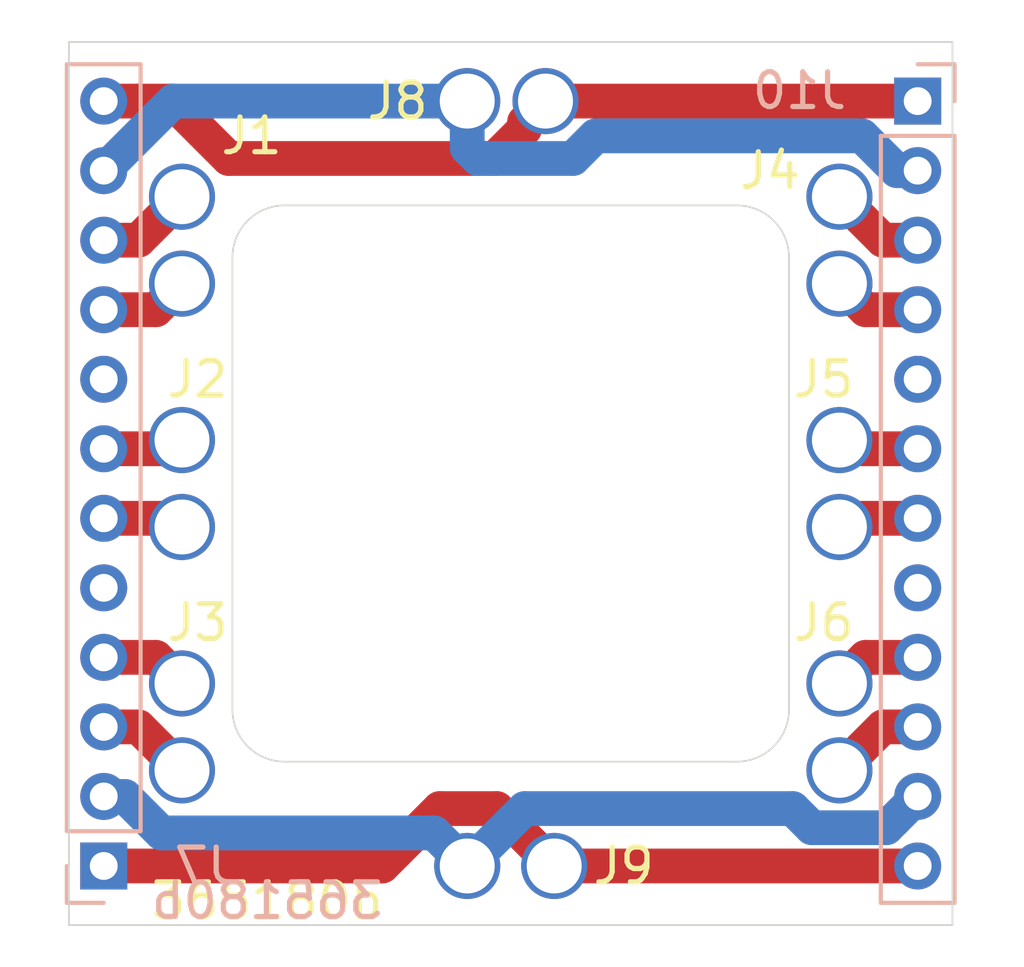
<source format=kicad_pcb>
(kicad_pcb (version 20171130) (host pcbnew 5.1.5-rc1)

  (general
    (thickness 1.6)
    (drawings 14)
    (tracks 57)
    (zones 0)
    (modules 18)
    (nets 17)
  )

  (page A4)
  (layers
    (0 F.Cu signal)
    (31 B.Cu signal)
    (32 B.Adhes user)
    (33 F.Adhes user)
    (34 B.Paste user)
    (35 F.Paste user)
    (36 B.SilkS user)
    (37 F.SilkS user)
    (38 B.Mask user)
    (39 F.Mask user)
    (40 Dwgs.User user)
    (41 Cmts.User user)
    (42 Eco1.User user)
    (43 Eco2.User user)
    (44 Edge.Cuts user)
    (45 Margin user)
    (46 B.CrtYd user)
    (47 F.CrtYd user)
    (48 B.Fab user)
    (49 F.Fab user)
  )

  (setup
    (last_trace_width 0.25)
    (user_trace_width 1)
    (trace_clearance 0.2)
    (zone_clearance 0.508)
    (zone_45_only no)
    (trace_min 0.2)
    (via_size 0.8)
    (via_drill 0.4)
    (via_min_size 0.4)
    (via_min_drill 0.3)
    (uvia_size 0.3)
    (uvia_drill 0.1)
    (uvias_allowed no)
    (uvia_min_size 0.2)
    (uvia_min_drill 0.1)
    (edge_width 0.05)
    (segment_width 0.2)
    (pcb_text_width 0.3)
    (pcb_text_size 1.5 1.5)
    (mod_edge_width 0.12)
    (mod_text_size 1 1)
    (mod_text_width 0.15)
    (pad_size 1.83 1.83)
    (pad_drill 1.63)
    (pad_to_mask_clearance 0.051)
    (solder_mask_min_width 0.25)
    (aux_axis_origin 0 0)
    (visible_elements FFFFFF7F)
    (pcbplotparams
      (layerselection 0x010fc_ffffffff)
      (usegerberextensions false)
      (usegerberattributes false)
      (usegerberadvancedattributes false)
      (creategerberjobfile false)
      (excludeedgelayer true)
      (linewidth 0.100000)
      (plotframeref false)
      (viasonmask false)
      (mode 1)
      (useauxorigin false)
      (hpglpennumber 1)
      (hpglpenspeed 20)
      (hpglpendiameter 15.000000)
      (psnegative false)
      (psa4output false)
      (plotreference true)
      (plotvalue true)
      (plotinvisibletext false)
      (padsonsilk false)
      (subtractmaskfromsilk false)
      (outputformat 1)
      (mirror false)
      (drillshape 0)
      (scaleselection 1)
      (outputdirectory "output"))
  )

  (net 0 "")
  (net 1 "Net-(J1-Pad1)")
  (net 2 "Net-(J2-Pad1)")
  (net 3 "Net-(J3-Pad1)")
  (net 4 "Net-(J10-Pad3)")
  (net 5 "Net-(J10-Pad6)")
  (net 6 "Net-(J10-Pad9)")
  (net 7 "Net-(J10-Pad12)")
  (net 8 "Net-(J10-Pad11)")
  (net 9 "Net-(J13-Pad1)")
  (net 10 "Net-(J12-Pad1)")
  (net 11 "Net-(J11-Pad1)")
  (net 12 "Net-(J10-Pad2)")
  (net 13 "Net-(J10-Pad1)")
  (net 14 "Net-(J10-Pad10)")
  (net 15 "Net-(J10-Pad7)")
  (net 16 "Net-(J10-Pad4)")

  (net_class Default "This is the default net class."
    (clearance 0.2)
    (trace_width 0.25)
    (via_dia 0.8)
    (via_drill 0.4)
    (uvia_dia 0.3)
    (uvia_drill 0.1)
    (add_net "Net-(J1-Pad1)")
    (add_net "Net-(J10-Pad1)")
    (add_net "Net-(J10-Pad10)")
    (add_net "Net-(J10-Pad11)")
    (add_net "Net-(J10-Pad12)")
    (add_net "Net-(J10-Pad2)")
    (add_net "Net-(J10-Pad3)")
    (add_net "Net-(J10-Pad4)")
    (add_net "Net-(J10-Pad6)")
    (add_net "Net-(J10-Pad7)")
    (add_net "Net-(J10-Pad9)")
    (add_net "Net-(J11-Pad1)")
    (add_net "Net-(J12-Pad1)")
    (add_net "Net-(J13-Pad1)")
    (add_net "Net-(J2-Pad1)")
    (add_net "Net-(J3-Pad1)")
  )

  (module custom:spring_pin (layer F.Cu) (tedit 5DDBB0FA) (tstamp 5DC3D298)
    (at -9.45 -8.25 90)
    (path /5DC96554)
    (fp_text reference J1 (at 1.75 2 180) (layer F.SilkS)
      (effects (font (size 1 1) (thickness 0.15)))
    )
    (fp_text value PIX1 (at 0 -2.4 90) (layer F.Fab) hide
      (effects (font (size 1 1) (thickness 0.15)))
    )
    (pad 1 thru_hole circle (at 0 0 90) (size 1.9 1.9) (drill 1.58) (layers *.Cu *.Mask)
      (net 1 "Net-(J1-Pad1)"))
    (model ${KIPRJMOD}/../3d/mill-max-0964-0-15-20-85-14-11-0.step
      (offset (xyz 0 0 -2.1))
      (scale (xyz 1 1 1))
      (rotate (xyz 0 90 0))
    )
    (model ${KIPRJMOD}/../3d/mill-max-0964-0-15-20-85-14-11-0.wrl
      (at (xyz 0 0 0))
      (scale (xyz 1 1 1))
      (rotate (xyz 0 0 0))
    )
  )

  (module custom:spring_pin (layer F.Cu) (tedit 5DDBB0FA) (tstamp 5DC3D187)
    (at -9.45 -1.25 90)
    (path /5DC96210)
    (fp_text reference J2 (at 1.75 0.45 180) (layer F.SilkS)
      (effects (font (size 1 1) (thickness 0.15)))
    )
    (fp_text value PIX2 (at 0 -2.4 90) (layer F.Fab) hide
      (effects (font (size 1 1) (thickness 0.15)))
    )
    (pad 1 thru_hole circle (at 0 0 90) (size 1.9 1.9) (drill 1.58) (layers *.Cu *.Mask)
      (net 2 "Net-(J2-Pad1)"))
    (model ${KIPRJMOD}/../3d/mill-max-0964-0-15-20-85-14-11-0.step
      (offset (xyz 0 0 -2.1))
      (scale (xyz 1 1 1))
      (rotate (xyz 0 90 0))
    )
    (model ${KIPRJMOD}/../3d/mill-max-0964-0-15-20-85-14-11-0.wrl
      (at (xyz 0 0 0))
      (scale (xyz 1 1 1))
      (rotate (xyz 0 0 0))
    )
  )

  (module custom:spring_pin (layer F.Cu) (tedit 5DDBB0FA) (tstamp 5DC3D17B)
    (at -9.45 5.75 90)
    (path /5DC959BD)
    (fp_text reference J3 (at 1.75 0.45 180) (layer F.SilkS)
      (effects (font (size 1 1) (thickness 0.15)))
    )
    (fp_text value PIX3 (at 0 -2.4 90) (layer F.Fab) hide
      (effects (font (size 1 1) (thickness 0.15)))
    )
    (pad 1 thru_hole circle (at 0 0 90) (size 1.9 1.9) (drill 1.58) (layers *.Cu *.Mask)
      (net 3 "Net-(J3-Pad1)"))
    (model ${KIPRJMOD}/../3d/mill-max-0964-0-15-20-85-14-11-0.step
      (offset (xyz 0 0 -2.1))
      (scale (xyz 1 1 1))
      (rotate (xyz 0 90 0))
    )
    (model ${KIPRJMOD}/../3d/mill-max-0964-0-15-20-85-14-11-0.wrl
      (at (xyz 0 0 0))
      (scale (xyz 1 1 1))
      (rotate (xyz 0 0 0))
    )
  )

  (module custom:spring_pin (layer F.Cu) (tedit 5DDBB0FA) (tstamp 5DC3D27A)
    (at 9.45 -8.25 90)
    (path /5DC98D77)
    (fp_text reference J4 (at 0.75 -2 180) (layer F.SilkS)
      (effects (font (size 1 1) (thickness 0.15)))
    )
    (fp_text value PIX4 (at 0 -2.4 90) (layer F.Fab) hide
      (effects (font (size 1 1) (thickness 0.15)))
    )
    (pad 1 thru_hole circle (at 0 0 90) (size 1.9 1.9) (drill 1.58) (layers *.Cu *.Mask)
      (net 4 "Net-(J10-Pad3)"))
    (model ${KIPRJMOD}/../3d/mill-max-0964-0-15-20-85-14-11-0.step
      (offset (xyz 0 0 -2.1))
      (scale (xyz 1 1 1))
      (rotate (xyz 0 90 0))
    )
    (model ${KIPRJMOD}/../3d/mill-max-0964-0-15-20-85-14-11-0.wrl
      (at (xyz 0 0 0))
      (scale (xyz 1 1 1))
      (rotate (xyz 0 0 0))
    )
  )

  (module custom:spring_pin (layer F.Cu) (tedit 5DDBB0FA) (tstamp 5DC3D289)
    (at 9.45 -1.25 90)
    (path /5DC98D71)
    (fp_text reference J5 (at 1.75 -0.45 180) (layer F.SilkS)
      (effects (font (size 1 1) (thickness 0.15)))
    )
    (fp_text value PIX5 (at 0 -2.4 90) (layer F.Fab) hide
      (effects (font (size 1 1) (thickness 0.15)))
    )
    (pad 1 thru_hole circle (at 0 0 90) (size 1.9 1.9) (drill 1.58) (layers *.Cu *.Mask)
      (net 5 "Net-(J10-Pad6)"))
    (model ${KIPRJMOD}/../3d/mill-max-0964-0-15-20-85-14-11-0.step
      (offset (xyz 0 0 -2.1))
      (scale (xyz 1 1 1))
      (rotate (xyz 0 90 0))
    )
    (model ${KIPRJMOD}/../3d/mill-max-0964-0-15-20-85-14-11-0.wrl
      (at (xyz 0 0 0))
      (scale (xyz 1 1 1))
      (rotate (xyz 0 0 0))
    )
  )

  (module custom:spring_pin (layer F.Cu) (tedit 5DDBB0FA) (tstamp 5DC3D2D4)
    (at 9.45 5.75 90)
    (path /5DC98D6B)
    (fp_text reference J6 (at 1.75 -0.45) (layer F.SilkS)
      (effects (font (size 1 1) (thickness 0.15)))
    )
    (fp_text value PIX6 (at 0 -2.4 90) (layer F.Fab) hide
      (effects (font (size 1 1) (thickness 0.15)))
    )
    (pad 1 thru_hole circle (at 0 0 90) (size 1.9 1.9) (drill 1.58) (layers *.Cu *.Mask)
      (net 6 "Net-(J10-Pad9)"))
    (model ${KIPRJMOD}/../3d/mill-max-0964-0-15-20-85-14-11-0.step
      (offset (xyz 0 0 -2.1))
      (scale (xyz 1 1 1))
      (rotate (xyz 0 90 0))
    )
    (model ${KIPRJMOD}/../3d/mill-max-0964-0-15-20-85-14-11-0.wrl
      (at (xyz 0 0 0))
      (scale (xyz 1 1 1))
      (rotate (xyz 0 0 0))
    )
  )

  (module custom:spring_pin (layer F.Cu) (tedit 5DDBB0FA) (tstamp 5DC3D2A4)
    (at -1.25 -11 90)
    (path /5DCA1A30)
    (fp_text reference J8 (at 0 -2) (layer F.SilkS)
      (effects (font (size 1 1) (thickness 0.15)))
    )
    (fp_text value TOP_TCE (at 0 -2.4 90) (layer F.Fab) hide
      (effects (font (size 1 1) (thickness 0.15)))
    )
    (pad 1 thru_hole circle (at 0 0 90) (size 1.9 1.9) (drill 1.58) (layers *.Cu *.Mask)
      (net 12 "Net-(J10-Pad2)"))
    (model ${KIPRJMOD}/../3d/mill-max-0964-0-15-20-85-14-11-0.step
      (offset (xyz 0 0 -2.1))
      (scale (xyz 1 1 1))
      (rotate (xyz 0 90 0))
    )
    (model ${KIPRJMOD}/../3d/mill-max-0964-0-15-20-85-14-11-0.wrl
      (at (xyz 0 0 0))
      (scale (xyz 1 1 1))
      (rotate (xyz 0 0 0))
    )
  )

  (module custom:spring_pin (layer F.Cu) (tedit 5DDBB0FA) (tstamp 5DC3D2B3)
    (at 1.25 11 90)
    (path /5DCA2000)
    (fp_text reference J9 (at 0 2 180) (layer F.SilkS)
      (effects (font (size 1 1) (thickness 0.15)))
    )
    (fp_text value BOT_TCE (at 0 -2.4 90) (layer F.Fab) hide
      (effects (font (size 1 1) (thickness 0.15)))
    )
    (pad 1 thru_hole circle (at 0 0 90) (size 1.9 1.9) (drill 1.58) (layers *.Cu *.Mask)
      (net 7 "Net-(J10-Pad12)"))
    (model ${KIPRJMOD}/../3d/mill-max-0964-0-15-20-85-14-11-0.step
      (offset (xyz 0 0 -2.1))
      (scale (xyz 1 1 1))
      (rotate (xyz 0 90 0))
    )
    (model ${KIPRJMOD}/../3d/mill-max-0964-0-15-20-85-14-11-0.wrl
      (at (xyz 0 0 0))
      (scale (xyz 1 1 1))
      (rotate (xyz 0 0 0))
    )
  )

  (module custom:spring_pin (layer F.Cu) (tedit 5DDBB0FA) (tstamp 5DC3D26E)
    (at -9.45 -5.75 90)
    (path /5DCA753D)
    (fp_text reference J11 (at 0 2 90) (layer F.SilkS) hide
      (effects (font (size 1 1) (thickness 0.15)))
    )
    (fp_text value PIX1 (at 0 -2.4 90) (layer F.Fab) hide
      (effects (font (size 1 1) (thickness 0.15)))
    )
    (pad 1 thru_hole circle (at 0 0 90) (size 1.9 1.9) (drill 1.58) (layers *.Cu *.Mask)
      (net 11 "Net-(J11-Pad1)"))
    (model ${KIPRJMOD}/../3d/mill-max-0964-0-15-20-85-14-11-0.step
      (offset (xyz 0 0 -2.1))
      (scale (xyz 1 1 1))
      (rotate (xyz 0 90 0))
    )
    (model ${KIPRJMOD}/../3d/mill-max-0964-0-15-20-85-14-11-0.wrl
      (at (xyz 0 0 0))
      (scale (xyz 1 1 1))
      (rotate (xyz 0 0 0))
    )
  )

  (module custom:spring_pin (layer F.Cu) (tedit 5DDBB0FA) (tstamp 5DC3D2F5)
    (at -9.45 1.25 90)
    (path /5DCA7448)
    (fp_text reference J12 (at 0 2 90) (layer F.SilkS) hide
      (effects (font (size 1 1) (thickness 0.15)))
    )
    (fp_text value PIX2 (at 0 -2.4 90) (layer F.Fab) hide
      (effects (font (size 1 1) (thickness 0.15)))
    )
    (pad 1 thru_hole circle (at 0 0 90) (size 1.9 1.9) (drill 1.58) (layers *.Cu *.Mask)
      (net 10 "Net-(J12-Pad1)"))
    (model ${KIPRJMOD}/../3d/mill-max-0964-0-15-20-85-14-11-0.step
      (offset (xyz 0 0 -2.1))
      (scale (xyz 1 1 1))
      (rotate (xyz 0 90 0))
    )
    (model ${KIPRJMOD}/../3d/mill-max-0964-0-15-20-85-14-11-0.wrl
      (at (xyz 0 0 0))
      (scale (xyz 1 1 1))
      (rotate (xyz 0 0 0))
    )
  )

  (module custom:spring_pin (layer F.Cu) (tedit 5DDBB0FA) (tstamp 5DC3D133)
    (at -9.45 8.25 90)
    (path /5DCA736A)
    (fp_text reference J13 (at 0 2 90) (layer F.SilkS) hide
      (effects (font (size 1 1) (thickness 0.15)))
    )
    (fp_text value PIX3 (at 0 -2.4 90) (layer F.Fab) hide
      (effects (font (size 1 1) (thickness 0.15)))
    )
    (pad 1 thru_hole circle (at 0 0 90) (size 1.9 1.9) (drill 1.58) (layers *.Cu *.Mask)
      (net 9 "Net-(J13-Pad1)"))
    (model ${KIPRJMOD}/../3d/mill-max-0964-0-15-20-85-14-11-0.step
      (offset (xyz 0 0 -2.1))
      (scale (xyz 1 1 1))
      (rotate (xyz 0 90 0))
    )
    (model ${KIPRJMOD}/../3d/mill-max-0964-0-15-20-85-14-11-0.wrl
      (at (xyz 0 0 0))
      (scale (xyz 1 1 1))
      (rotate (xyz 0 0 0))
    )
  )

  (module custom:spring_pin (layer F.Cu) (tedit 5DDBB0FA) (tstamp 5DC3D13F)
    (at -1.25 11 90)
    (path /5DCA714A)
    (fp_text reference J14 (at 0 2 90) (layer F.SilkS) hide
      (effects (font (size 1 1) (thickness 0.15)))
    )
    (fp_text value BOT_TCE (at 0 -2.4 90) (layer F.Fab) hide
      (effects (font (size 1 1) (thickness 0.15)))
    )
    (pad 1 thru_hole circle (at 0 0 90) (size 1.9 1.9) (drill 1.58) (layers *.Cu *.Mask)
      (net 8 "Net-(J10-Pad11)"))
    (model ${KIPRJMOD}/../3d/mill-max-0964-0-15-20-85-14-11-0.step
      (offset (xyz 0 0 -2.1))
      (scale (xyz 1 1 1))
      (rotate (xyz 0 90 0))
    )
    (model ${KIPRJMOD}/../3d/mill-max-0964-0-15-20-85-14-11-0.wrl
      (at (xyz 0 0 0))
      (scale (xyz 1 1 1))
      (rotate (xyz 0 0 0))
    )
  )

  (module custom:spring_pin (layer F.Cu) (tedit 5DDBB0FA) (tstamp 5DC3D14B)
    (at 1 -11 90)
    (path /5DCA7045)
    (fp_text reference J15 (at 0 2 90) (layer F.SilkS) hide
      (effects (font (size 1 1) (thickness 0.15)))
    )
    (fp_text value TOP_TCE (at 0 -2.4 90) (layer F.Fab) hide
      (effects (font (size 1 1) (thickness 0.15)))
    )
    (pad 1 thru_hole circle (at 0 0 90) (size 1.9 1.9) (drill 1.58) (layers *.Cu *.Mask)
      (net 13 "Net-(J10-Pad1)"))
    (model ${KIPRJMOD}/../3d/mill-max-0964-0-15-20-85-14-11-0.step
      (offset (xyz 0 0 -2.1))
      (scale (xyz 1 1 1))
      (rotate (xyz 0 90 0))
    )
    (model ${KIPRJMOD}/../3d/mill-max-0964-0-15-20-85-14-11-0.wrl
      (at (xyz 0 0 0))
      (scale (xyz 1 1 1))
      (rotate (xyz 0 0 0))
    )
  )

  (module custom:spring_pin (layer F.Cu) (tedit 5DDBB0FA) (tstamp 5DC3D157)
    (at 9.45 -5.75 90)
    (path /5DCA7B46)
    (fp_text reference J16 (at 0 -2 90) (layer F.SilkS) hide
      (effects (font (size 1 1) (thickness 0.15)))
    )
    (fp_text value PIX4 (at 0 -2.4 90) (layer F.Fab) hide
      (effects (font (size 1 1) (thickness 0.15)))
    )
    (pad 1 thru_hole circle (at 0 0 90) (size 1.9 1.9) (drill 1.58) (layers *.Cu *.Mask)
      (net 16 "Net-(J10-Pad4)"))
    (model ${KIPRJMOD}/../3d/mill-max-0964-0-15-20-85-14-11-0.step
      (offset (xyz 0 0 -2.1))
      (scale (xyz 1 1 1))
      (rotate (xyz 0 90 0))
    )
    (model ${KIPRJMOD}/../3d/mill-max-0964-0-15-20-85-14-11-0.wrl
      (at (xyz 0 0 0))
      (scale (xyz 1 1 1))
      (rotate (xyz 0 0 0))
    )
  )

  (module custom:spring_pin (layer F.Cu) (tedit 5DDBB0FA) (tstamp 5DC3D163)
    (at 9.45 1.25 90)
    (path /5DCA8034)
    (fp_text reference J17 (at 0 2 90) (layer F.SilkS) hide
      (effects (font (size 1 1) (thickness 0.15)))
    )
    (fp_text value PIX5 (at 0 -2.4 90) (layer F.Fab) hide
      (effects (font (size 1 1) (thickness 0.15)))
    )
    (pad 1 thru_hole circle (at 0 0 90) (size 1.9 1.9) (drill 1.58) (layers *.Cu *.Mask)
      (net 15 "Net-(J10-Pad7)"))
    (model ${KIPRJMOD}/../3d/mill-max-0964-0-15-20-85-14-11-0.step
      (offset (xyz 0 0 -2.1))
      (scale (xyz 1 1 1))
      (rotate (xyz 0 90 0))
    )
    (model ${KIPRJMOD}/../3d/mill-max-0964-0-15-20-85-14-11-0.wrl
      (at (xyz 0 0 0))
      (scale (xyz 1 1 1))
      (rotate (xyz 0 0 0))
    )
  )

  (module custom:spring_pin (layer F.Cu) (tedit 5DDBB0FA) (tstamp 5DC3D16F)
    (at 9.45 8.25 90)
    (path /5DCA815E)
    (fp_text reference J18 (at 0 -2 90) (layer F.SilkS) hide
      (effects (font (size 1 1) (thickness 0.15)))
    )
    (fp_text value PIX6 (at 0 -2.4 90) (layer F.Fab) hide
      (effects (font (size 1 1) (thickness 0.15)))
    )
    (pad 1 thru_hole circle (at 0 0 90) (size 1.9 1.9) (drill 1.58) (layers *.Cu *.Mask)
      (net 14 "Net-(J10-Pad10)"))
    (model ${KIPRJMOD}/../3d/mill-max-0964-0-15-20-85-14-11-0.step
      (offset (xyz 0 0 -2.1))
      (scale (xyz 1 1 1))
      (rotate (xyz 0 90 0))
    )
    (model ${KIPRJMOD}/../3d/mill-max-0964-0-15-20-85-14-11-0.wrl
      (at (xyz 0 0 0))
      (scale (xyz 1 1 1))
      (rotate (xyz 0 0 0))
    )
  )

  (module Connector_PinHeader_2.00mm:PinHeader_1x12_P2.00mm_Vertical (layer B.Cu) (tedit 59FED667) (tstamp 5DC3D1CF)
    (at -11.7 11)
    (descr "Through hole straight pin header, 1x12, 2.00mm pitch, single row")
    (tags "Through hole pin header THT 1x12 2.00mm single row")
    (path /5DCA35B0)
    (fp_text reference J7 (at 2.9 0) (layer B.SilkS)
      (effects (font (size 1 1) (thickness 0.15)) (justify mirror))
    )
    (fp_text value L_CONN (at 0 -24.06) (layer B.Fab)
      (effects (font (size 1 1) (thickness 0.15)) (justify mirror))
    )
    (fp_text user %R (at 0 -11 -90) (layer B.Fab)
      (effects (font (size 1 1) (thickness 0.15)) (justify mirror))
    )
    (fp_line (start 1.5 1.5) (end -1.5 1.5) (layer B.CrtYd) (width 0.05))
    (fp_line (start 1.5 -23.5) (end 1.5 1.5) (layer B.CrtYd) (width 0.05))
    (fp_line (start -1.5 -23.5) (end 1.5 -23.5) (layer B.CrtYd) (width 0.05))
    (fp_line (start -1.5 1.5) (end -1.5 -23.5) (layer B.CrtYd) (width 0.05))
    (fp_line (start -1.06 1.06) (end 0 1.06) (layer B.SilkS) (width 0.12))
    (fp_line (start -1.06 0) (end -1.06 1.06) (layer B.SilkS) (width 0.12))
    (fp_line (start -1.06 -1) (end 1.06 -1) (layer B.SilkS) (width 0.12))
    (fp_line (start 1.06 -1) (end 1.06 -23.06) (layer B.SilkS) (width 0.12))
    (fp_line (start -1.06 -1) (end -1.06 -23.06) (layer B.SilkS) (width 0.12))
    (fp_line (start -1.06 -23.06) (end 1.06 -23.06) (layer B.SilkS) (width 0.12))
    (fp_line (start -1 0.5) (end -0.5 1) (layer B.Fab) (width 0.1))
    (fp_line (start -1 -23) (end -1 0.5) (layer B.Fab) (width 0.1))
    (fp_line (start 1 -23) (end -1 -23) (layer B.Fab) (width 0.1))
    (fp_line (start 1 1) (end 1 -23) (layer B.Fab) (width 0.1))
    (fp_line (start -0.5 1) (end 1 1) (layer B.Fab) (width 0.1))
    (pad 12 thru_hole oval (at 0 -22) (size 1.35 1.35) (drill 0.8) (layers *.Cu *.Mask)
      (net 13 "Net-(J10-Pad1)"))
    (pad 11 thru_hole oval (at 0 -20) (size 1.35 1.35) (drill 0.8) (layers *.Cu *.Mask)
      (net 12 "Net-(J10-Pad2)"))
    (pad 10 thru_hole oval (at 0 -18) (size 1.35 1.35) (drill 0.8) (layers *.Cu *.Mask)
      (net 1 "Net-(J1-Pad1)"))
    (pad 9 thru_hole oval (at 0 -16) (size 1.35 1.35) (drill 0.8) (layers *.Cu *.Mask)
      (net 11 "Net-(J11-Pad1)"))
    (pad 8 thru_hole oval (at 0 -14) (size 1.35 1.35) (drill 0.8) (layers *.Cu *.Mask))
    (pad 7 thru_hole oval (at 0 -12) (size 1.35 1.35) (drill 0.8) (layers *.Cu *.Mask)
      (net 2 "Net-(J2-Pad1)"))
    (pad 6 thru_hole oval (at 0 -10) (size 1.35 1.35) (drill 0.8) (layers *.Cu *.Mask)
      (net 10 "Net-(J12-Pad1)"))
    (pad 5 thru_hole oval (at 0 -8) (size 1.35 1.35) (drill 0.8) (layers *.Cu *.Mask))
    (pad 4 thru_hole oval (at 0 -6) (size 1.35 1.35) (drill 0.8) (layers *.Cu *.Mask)
      (net 3 "Net-(J3-Pad1)"))
    (pad 3 thru_hole oval (at 0 -4) (size 1.35 1.35) (drill 0.8) (layers *.Cu *.Mask)
      (net 9 "Net-(J13-Pad1)"))
    (pad 2 thru_hole oval (at 0 -2) (size 1.35 1.35) (drill 0.8) (layers *.Cu *.Mask)
      (net 8 "Net-(J10-Pad11)"))
    (pad 1 thru_hole rect (at 0 0) (size 1.35 1.35) (drill 0.8) (layers *.Cu *.Mask)
      (net 7 "Net-(J10-Pad12)"))
    (model ${KISYS3DMOD}/Connector_PinHeader_2.00mm.3dshapes/PinHeader_1x12_P2.00mm_Vertical.wrl
      (at (xyz 0 0 0))
      (scale (xyz 1 1 1))
      (rotate (xyz 0 0 0))
    )
  )

  (module Connector_PinHeader_2.00mm:PinHeader_1x12_P2.00mm_Vertical (layer B.Cu) (tedit 59FED667) (tstamp 5DC3D22C)
    (at 11.7 -11 180)
    (descr "Through hole straight pin header, 1x12, 2.00mm pitch, single row")
    (tags "Through hole pin header THT 1x12 2.00mm single row")
    (path /5DCA2856)
    (fp_text reference J10 (at 3.4 0.3) (layer B.SilkS)
      (effects (font (size 1 1) (thickness 0.15)) (justify mirror))
    )
    (fp_text value R_CONN (at 0 -24.06) (layer B.Fab)
      (effects (font (size 1 1) (thickness 0.15)) (justify mirror))
    )
    (fp_text user %R (at 0 -11 270) (layer B.Fab)
      (effects (font (size 1 1) (thickness 0.15)) (justify mirror))
    )
    (fp_line (start 1.5 1.5) (end -1.5 1.5) (layer B.CrtYd) (width 0.05))
    (fp_line (start 1.5 -23.5) (end 1.5 1.5) (layer B.CrtYd) (width 0.05))
    (fp_line (start -1.5 -23.5) (end 1.5 -23.5) (layer B.CrtYd) (width 0.05))
    (fp_line (start -1.5 1.5) (end -1.5 -23.5) (layer B.CrtYd) (width 0.05))
    (fp_line (start -1.06 1.06) (end 0 1.06) (layer B.SilkS) (width 0.12))
    (fp_line (start -1.06 0) (end -1.06 1.06) (layer B.SilkS) (width 0.12))
    (fp_line (start -1.06 -1) (end 1.06 -1) (layer B.SilkS) (width 0.12))
    (fp_line (start 1.06 -1) (end 1.06 -23.06) (layer B.SilkS) (width 0.12))
    (fp_line (start -1.06 -1) (end -1.06 -23.06) (layer B.SilkS) (width 0.12))
    (fp_line (start -1.06 -23.06) (end 1.06 -23.06) (layer B.SilkS) (width 0.12))
    (fp_line (start -1 0.5) (end -0.5 1) (layer B.Fab) (width 0.1))
    (fp_line (start -1 -23) (end -1 0.5) (layer B.Fab) (width 0.1))
    (fp_line (start 1 -23) (end -1 -23) (layer B.Fab) (width 0.1))
    (fp_line (start 1 1) (end 1 -23) (layer B.Fab) (width 0.1))
    (fp_line (start -0.5 1) (end 1 1) (layer B.Fab) (width 0.1))
    (pad 12 thru_hole oval (at 0 -22 180) (size 1.35 1.35) (drill 0.8) (layers *.Cu *.Mask)
      (net 7 "Net-(J10-Pad12)"))
    (pad 11 thru_hole oval (at 0 -20 180) (size 1.35 1.35) (drill 0.8) (layers *.Cu *.Mask)
      (net 8 "Net-(J10-Pad11)"))
    (pad 10 thru_hole oval (at 0 -18 180) (size 1.35 1.35) (drill 0.8) (layers *.Cu *.Mask)
      (net 14 "Net-(J10-Pad10)"))
    (pad 9 thru_hole oval (at 0 -16 180) (size 1.35 1.35) (drill 0.8) (layers *.Cu *.Mask)
      (net 6 "Net-(J10-Pad9)"))
    (pad 8 thru_hole oval (at 0 -14 180) (size 1.35 1.35) (drill 0.8) (layers *.Cu *.Mask))
    (pad 7 thru_hole oval (at 0 -12 180) (size 1.35 1.35) (drill 0.8) (layers *.Cu *.Mask)
      (net 15 "Net-(J10-Pad7)"))
    (pad 6 thru_hole oval (at 0 -10 180) (size 1.35 1.35) (drill 0.8) (layers *.Cu *.Mask)
      (net 5 "Net-(J10-Pad6)"))
    (pad 5 thru_hole oval (at 0 -8 180) (size 1.35 1.35) (drill 0.8) (layers *.Cu *.Mask))
    (pad 4 thru_hole oval (at 0 -6 180) (size 1.35 1.35) (drill 0.8) (layers *.Cu *.Mask)
      (net 16 "Net-(J10-Pad4)"))
    (pad 3 thru_hole oval (at 0 -4 180) (size 1.35 1.35) (drill 0.8) (layers *.Cu *.Mask)
      (net 4 "Net-(J10-Pad3)"))
    (pad 2 thru_hole oval (at 0 -2 180) (size 1.35 1.35) (drill 0.8) (layers *.Cu *.Mask)
      (net 12 "Net-(J10-Pad2)"))
    (pad 1 thru_hole rect (at 0 0 180) (size 1.35 1.35) (drill 0.8) (layers *.Cu *.Mask)
      (net 13 "Net-(J10-Pad1)"))
    (model ${KISYS3DMOD}/Connector_PinHeader_2.00mm.3dshapes/PinHeader_1x12_P2.00mm_Vertical.wrl
      (at (xyz 0 0 0))
      (scale (xyz 1 1 1))
      (rotate (xyz 0 0 0))
    )
  )

  (gr_arc (start 6.5 -6.5) (end 8 -6.5) (angle -90) (layer Edge.Cuts) (width 0.05) (tstamp 5DDC0750))
  (gr_arc (start -6.5 -6.5) (end -6.5 -8) (angle -90) (layer Edge.Cuts) (width 0.05) (tstamp 5DDC0750))
  (gr_arc (start -6.5 6.5) (end -8 6.5) (angle -90) (layer Edge.Cuts) (width 0.05) (tstamp 5DDC0750))
  (gr_arc (start 6.5 6.5) (end 6.5 8) (angle -90) (layer Edge.Cuts) (width 0.05))
  (gr_text 365180b (at -7 12) (layer B.SilkS) (tstamp 5DC47E7F)
    (effects (font (size 1 1) (thickness 0.15)) (justify mirror))
  )
  (gr_text 365180b (at -7 12) (layer F.SilkS)
    (effects (font (size 1 1) (thickness 0.15)))
  )
  (gr_line (start 6.5 8) (end -6.5 8) (layer Edge.Cuts) (width 0.05) (tstamp 5DC3D41D))
  (gr_line (start 8 -6.5) (end 8 6.5) (layer Edge.Cuts) (width 0.05))
  (gr_line (start -6.5 -8) (end 6.5 -8) (layer Edge.Cuts) (width 0.05))
  (gr_line (start -8 6.5) (end -8 -6.5) (layer Edge.Cuts) (width 0.05))
  (gr_line (start -12.7 -12.7) (end -12.7 12.7) (layer Edge.Cuts) (width 0.05) (tstamp 5DC3D34C))
  (gr_line (start 12.7 -12.7) (end -12.7 -12.7) (layer Edge.Cuts) (width 0.05) (tstamp 5DC3D2E0))
  (gr_line (start 12.7 12.7) (end 12.7 -12.7) (layer Edge.Cuts) (width 0.05) (tstamp 5DC3D343))
  (gr_line (start -12.7 12.7) (end 12.7 12.7) (layer Edge.Cuts) (width 0.05) (tstamp 5DC3D334))

  (segment (start -10.7 -7) (end -9.45 -8.25) (width 1) (layer F.Cu) (net 1) (tstamp 5DC3D325))
  (segment (start -11.7 -7) (end -10.7 -7) (width 1) (layer F.Cu) (net 1) (tstamp 5DC3D355))
  (segment (start -9.7 -1) (end -9.45 -1.25) (width 1) (layer F.Cu) (net 2) (tstamp 5DC3D19C))
  (segment (start -11.7 -1) (end -9.7 -1) (width 1) (layer F.Cu) (net 2) (tstamp 5DC3D199))
  (segment (start -10.2 5) (end -9.45 5.75) (width 1) (layer F.Cu) (net 3) (tstamp 5DC3D33D))
  (segment (start -11.7 5) (end -10.2 5) (width 1) (layer F.Cu) (net 3) (tstamp 5DC3D337))
  (segment (start 10.7 -7) (end 9.45 -8.25) (width 1) (layer F.Cu) (net 4) (tstamp 5DC3D328))
  (segment (start 11.7 -7) (end 10.7 -7) (width 1) (layer F.Cu) (net 4) (tstamp 5DC3D358))
  (segment (start 9.7 -1) (end 9.45 -1.25) (width 1) (layer F.Cu) (net 5) (tstamp 5DC3D340))
  (segment (start 11.7 -1) (end 9.7 -1) (width 1) (layer F.Cu) (net 5) (tstamp 5DC3D33A))
  (segment (start 10.2 5) (end 9.45 5.75) (width 1) (layer F.Cu) (net 6) (tstamp 5DC3D2FE))
  (segment (start 11.7 5) (end 10.2 5) (width 1) (layer F.Cu) (net 6) (tstamp 5DC3D35E))
  (segment (start 11.7 11) (end 1.25 11) (width 1) (layer F.Cu) (net 7))
  (segment (start -0.400001 9.349999) (end 0.300001 10.050001) (width 1) (layer F.Cu) (net 7))
  (segment (start -3.692002 11) (end -2.042001 9.349999) (width 1) (layer F.Cu) (net 7))
  (segment (start 0.300001 10.050001) (end 1.25 11) (width 1) (layer F.Cu) (net 7))
  (segment (start -2.042001 9.349999) (end -0.400001 9.349999) (width 1) (layer F.Cu) (net 7))
  (segment (start -11.7 11) (end -3.692002 11) (width 1) (layer F.Cu) (net 7))
  (segment (start 11.025001 9.674999) (end 11.7 9) (width 1) (layer B.Cu) (net 8))
  (segment (start 10.799999 9.900001) (end 11.025001 9.674999) (width 1) (layer B.Cu) (net 8))
  (segment (start 8.657999 9.900001) (end 10.799999 9.900001) (width 1) (layer B.Cu) (net 8))
  (segment (start 8.107997 9.349999) (end 8.657999 9.900001) (width 1) (layer B.Cu) (net 8))
  (segment (start 0.400001 9.349999) (end 8.107997 9.349999) (width 1) (layer B.Cu) (net 8))
  (segment (start -1.25 11) (end 0.400001 9.349999) (width 1) (layer B.Cu) (net 8))
  (segment (start -11.089998 9) (end -11.7 9) (width 1) (layer B.Cu) (net 8))
  (segment (start -10.039997 10.050001) (end -11.089998 9) (width 1) (layer B.Cu) (net 8))
  (segment (start -2.199999 10.050001) (end -10.039997 10.050001) (width 1) (layer B.Cu) (net 8))
  (segment (start -1.25 11) (end -2.199999 10.050001) (width 1) (layer B.Cu) (net 8))
  (segment (start -10.7 7) (end -9.45 8.25) (width 1) (layer F.Cu) (net 9) (tstamp 5DC3D19F))
  (segment (start -11.7 7) (end -10.7 7) (width 1) (layer F.Cu) (net 9) (tstamp 5DC3D2C5))
  (segment (start -9.7 1) (end -9.45 1.25) (width 1) (layer F.Cu) (net 10) (tstamp 5DC3D1A8))
  (segment (start -11.7 1) (end -9.7 1) (width 1) (layer F.Cu) (net 10) (tstamp 5DC3D2C2))
  (segment (start -10.2 -5) (end -9.45 -5.75) (width 1) (layer F.Cu) (net 11) (tstamp 5DC3D2CE))
  (segment (start -11.7 -5) (end -10.2 -5) (width 1) (layer F.Cu) (net 11) (tstamp 5DC3D34F))
  (segment (start -9.7 -11) (end -1.25 -11) (width 1) (layer B.Cu) (net 12))
  (segment (start -11.7 -9) (end -9.7 -11) (width 1) (layer B.Cu) (net 12))
  (segment (start -0.943501 -9.349999) (end -1.25 -9.656498) (width 1) (layer B.Cu) (net 12))
  (segment (start 1.792001 -9.349999) (end -0.943501 -9.349999) (width 1) (layer B.Cu) (net 12))
  (segment (start 2.442002 -10) (end 1.792001 -9.349999) (width 1) (layer B.Cu) (net 12))
  (segment (start -1.25 -9.656498) (end -1.25 -11) (width 1) (layer B.Cu) (net 12))
  (segment (start 10.100001 -10) (end 2.442002 -10) (width 1) (layer B.Cu) (net 12))
  (segment (start 11.100001 -9) (end 10.100001 -10) (width 1) (layer B.Cu) (net 12))
  (segment (start 11.7 -9) (end 11.100001 -9) (width 1) (layer B.Cu) (net 12))
  (segment (start 11.7 -11) (end 1 -11) (width 1) (layer F.Cu) (net 13))
  (segment (start -0.457999 -9.349999) (end -8.107997 -9.349999) (width 1) (layer F.Cu) (net 13))
  (segment (start -9.757998 -11) (end -10.745406 -11) (width 1) (layer F.Cu) (net 13))
  (segment (start -8.107997 -9.349999) (end -9.757998 -11) (width 1) (layer F.Cu) (net 13))
  (segment (start 0.400001 -10.207999) (end -0.457999 -9.349999) (width 1) (layer F.Cu) (net 13))
  (segment (start 0.400001 -10.400001) (end 0.400001 -10.207999) (width 1) (layer F.Cu) (net 13))
  (segment (start -10.745406 -11) (end -11.7 -11) (width 1) (layer F.Cu) (net 13))
  (segment (start 1 -11) (end 0.400001 -10.400001) (width 1) (layer F.Cu) (net 13))
  (segment (start 10.7 7) (end 9.45 8.25) (width 1) (layer F.Cu) (net 14) (tstamp 5DC3D2BC))
  (segment (start 11.7 7) (end 10.7 7) (width 1) (layer F.Cu) (net 14) (tstamp 5DC3D30D))
  (segment (start 9.7 1) (end 9.45 1.25) (width 1) (layer F.Cu) (net 15) (tstamp 5DC3D1AB))
  (segment (start 11.7 1) (end 9.7 1) (width 1) (layer F.Cu) (net 15) (tstamp 5DC3D316))
  (segment (start 10.2 -5) (end 9.45 -5.75) (width 1) (layer F.Cu) (net 16) (tstamp 5DC3D322))
  (segment (start 11.7 -5) (end 10.2 -5) (width 1) (layer F.Cu) (net 16) (tstamp 5DC3D2E6))

)

</source>
